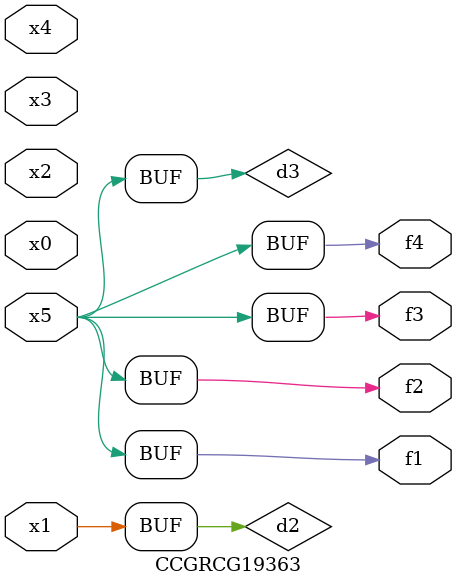
<source format=v>
module CCGRCG19363(
	input x0, x1, x2, x3, x4, x5,
	output f1, f2, f3, f4
);

	wire d1, d2, d3;

	not (d1, x5);
	or (d2, x1);
	xnor (d3, d1);
	assign f1 = d3;
	assign f2 = d3;
	assign f3 = d3;
	assign f4 = d3;
endmodule

</source>
